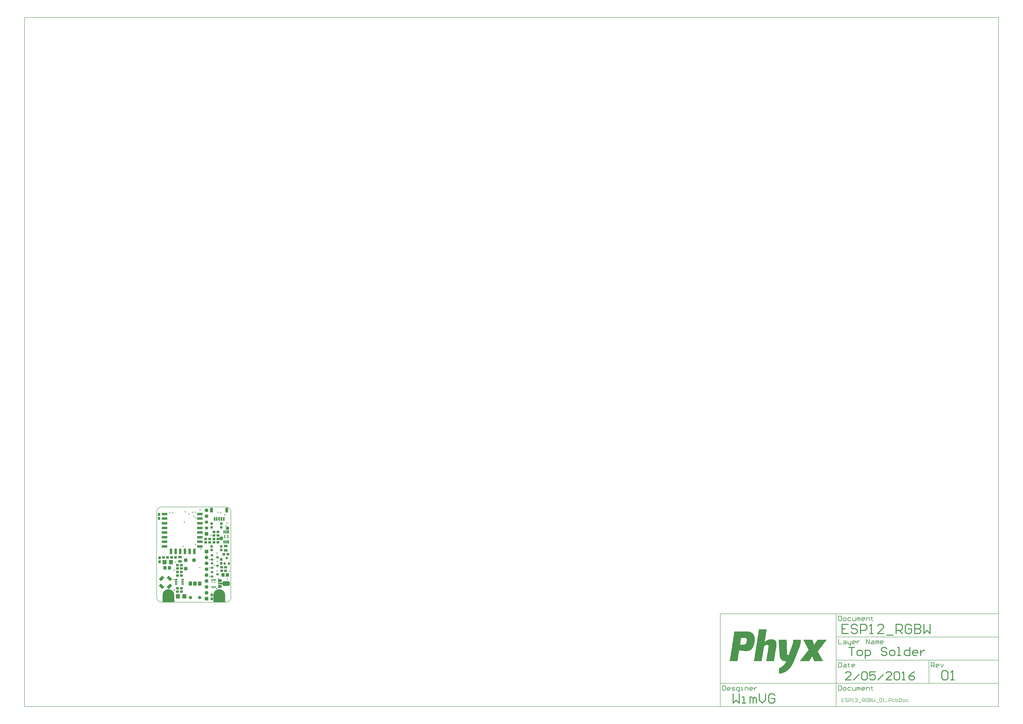
<source format=gts>
G04 Layer_Color=8388736*
%FSLAX25Y25*%
%MOIN*%
G70*
G01*
G75*
%ADD11C,0.00787*%
%ADD12C,0.00984*%
%ADD17R,0.03937X0.04331*%
%ADD40C,0.01575*%
%ADD42C,0.05512*%
%ADD45C,0.05906*%
%ADD53R,0.20079X0.11811*%
%ADD54R,0.04724X0.04331*%
%ADD55R,0.04331X0.04724*%
G04:AMPARAMS|DCode=56|XSize=82.68mil|YSize=47.24mil|CornerRadius=0mil|HoleSize=0mil|Usage=FLASHONLY|Rotation=135.000|XOffset=0mil|YOffset=0mil|HoleType=Round|Shape=Rectangle|*
%AMROTATEDRECTD56*
4,1,4,0.04593,-0.01253,0.01253,-0.04593,-0.04593,0.01253,-0.01253,0.04593,0.04593,-0.01253,0.0*
%
%ADD56ROTATEDRECTD56*%

G04:AMPARAMS|DCode=57|XSize=47.24mil|YSize=82.68mil|CornerRadius=0mil|HoleSize=0mil|Usage=FLASHONLY|Rotation=135.000|XOffset=0mil|YOffset=0mil|HoleType=Round|Shape=Rectangle|*
%AMROTATEDRECTD57*
4,1,4,0.04593,0.01253,-0.01253,-0.04593,-0.04593,-0.01253,0.01253,0.04593,0.04593,0.01253,0.0*
%
%ADD57ROTATEDRECTD57*%

%ADD58R,0.04331X0.03740*%
%ADD59R,0.04331X0.03740*%
%ADD60R,0.03740X0.04331*%
%ADD61R,0.03740X0.04331*%
%ADD62R,0.04331X0.02756*%
%ADD63R,0.06693X0.07480*%
%ADD64R,0.02756X0.06496*%
%ADD65R,0.05118X0.08268*%
%ADD66R,0.02756X0.01575*%
%ADD67R,0.01969X0.05709*%
%ADD68R,0.06299X0.03937*%
%ADD69R,0.04331X0.09252*%
%ADD70R,0.09252X0.04331*%
G04:AMPARAMS|DCode=71|XSize=78.74mil|YSize=129.92mil|CornerRadius=0mil|HoleSize=0mil|Usage=FLASHONLY|Rotation=90.000|XOffset=0mil|YOffset=0mil|HoleType=Round|Shape=Octagon|*
%AMOCTAGOND71*
4,1,8,-0.06496,-0.01969,-0.06496,0.01969,-0.04528,0.03937,0.04528,0.03937,0.06496,0.01969,0.06496,-0.01969,0.04528,-0.03937,-0.04528,-0.03937,-0.06496,-0.01969,0.0*
%
%ADD71OCTAGOND71*%

%ADD72R,0.05906X0.02756*%
%ADD73R,0.07480X0.02756*%
%ADD74R,0.01772X0.03740*%
%ADD75R,0.06299X0.03150*%
%ADD76R,0.05512X0.06299*%
G04:AMPARAMS|DCode=77|XSize=59.06mil|YSize=59.06mil|CornerRadius=15.75mil|HoleSize=0mil|Usage=FLASHONLY|Rotation=90.000|XOffset=0mil|YOffset=0mil|HoleType=Round|Shape=RoundedRectangle|*
%AMROUNDEDRECTD77*
21,1,0.05906,0.02756,0,0,90.0*
21,1,0.02756,0.05906,0,0,90.0*
1,1,0.03150,0.01378,0.01378*
1,1,0.03150,0.01378,-0.01378*
1,1,0.03150,-0.01378,-0.01378*
1,1,0.03150,-0.01378,0.01378*
%
%ADD77ROUNDEDRECTD77*%
%ADD78R,0.06299X0.06299*%
%ADD79C,0.06299*%
G04:AMPARAMS|DCode=80|XSize=70.87mil|YSize=59.06mil|CornerRadius=15.75mil|HoleSize=0mil|Usage=FLASHONLY|Rotation=90.000|XOffset=0mil|YOffset=0mil|HoleType=Round|Shape=RoundedRectangle|*
%AMROUNDEDRECTD80*
21,1,0.07087,0.02756,0,0,90.0*
21,1,0.03937,0.05906,0,0,90.0*
1,1,0.03150,0.01378,0.01969*
1,1,0.03150,0.01378,-0.01969*
1,1,0.03150,-0.01378,-0.01969*
1,1,0.03150,-0.01378,0.01969*
%
%ADD80ROUNDEDRECTD80*%
%ADD81C,0.20079*%
%ADD82C,0.01969*%
G36*
X1093521Y-64032D02*
Y-64318D01*
Y-64605D01*
Y-64891D01*
Y-65177D01*
Y-65464D01*
Y-65750D01*
Y-66036D01*
Y-66322D01*
Y-66609D01*
Y-66895D01*
Y-67181D01*
Y-67468D01*
Y-67754D01*
Y-68040D01*
Y-68327D01*
Y-68613D01*
Y-68899D01*
Y-69186D01*
Y-69472D01*
Y-69758D01*
X1093234D01*
Y-70044D01*
Y-70331D01*
Y-70617D01*
Y-70903D01*
Y-71190D01*
X1092948D01*
Y-71476D01*
Y-71762D01*
Y-72049D01*
Y-72335D01*
X1092662D01*
Y-72621D01*
Y-72908D01*
Y-73194D01*
Y-73480D01*
X1092375D01*
Y-73767D01*
Y-74053D01*
Y-74339D01*
X1092089D01*
Y-74625D01*
Y-74912D01*
Y-75198D01*
X1091803D01*
Y-75485D01*
Y-75771D01*
Y-76057D01*
X1091516D01*
Y-76343D01*
Y-76630D01*
Y-76916D01*
X1091230D01*
Y-77202D01*
Y-77489D01*
X1090944D01*
Y-77775D01*
Y-78061D01*
X1090657D01*
Y-78348D01*
Y-78634D01*
Y-78920D01*
X1090371D01*
Y-79207D01*
Y-79493D01*
X1090085D01*
Y-79779D01*
Y-80066D01*
Y-80352D01*
X1089799D01*
Y-80638D01*
Y-80924D01*
X1089512D01*
Y-81211D01*
Y-81497D01*
Y-81783D01*
X1089226D01*
Y-82070D01*
Y-82356D01*
X1088939D01*
Y-82642D01*
Y-82929D01*
Y-83215D01*
X1088653D01*
Y-83501D01*
Y-83788D01*
X1088367D01*
Y-84074D01*
Y-84360D01*
Y-84646D01*
X1088081D01*
Y-84933D01*
Y-85219D01*
X1087794D01*
Y-85505D01*
Y-85792D01*
Y-86078D01*
X1087508D01*
Y-86364D01*
Y-86651D01*
X1087222D01*
Y-86937D01*
Y-87223D01*
Y-87510D01*
X1086935D01*
Y-87796D01*
Y-88082D01*
X1086649D01*
Y-88369D01*
Y-88655D01*
Y-88941D01*
X1086363D01*
Y-89227D01*
Y-89514D01*
X1086076D01*
Y-89800D01*
Y-90086D01*
Y-90373D01*
X1085790D01*
Y-90659D01*
Y-90945D01*
X1085504D01*
Y-91232D01*
Y-91518D01*
Y-91804D01*
X1085217D01*
Y-92091D01*
Y-92377D01*
X1084931D01*
Y-92663D01*
Y-92950D01*
Y-93236D01*
X1084645D01*
Y-93522D01*
Y-93809D01*
X1084359D01*
Y-94095D01*
Y-94381D01*
Y-94667D01*
X1084072D01*
Y-94954D01*
Y-95240D01*
X1083786D01*
Y-95526D01*
Y-95813D01*
Y-96099D01*
X1083500D01*
Y-96385D01*
Y-96672D01*
X1083213D01*
Y-96958D01*
Y-97244D01*
Y-97531D01*
X1082927D01*
Y-97817D01*
Y-98103D01*
X1082641D01*
Y-98390D01*
Y-98676D01*
Y-98962D01*
X1082354D01*
Y-99248D01*
Y-99535D01*
X1082068D01*
Y-99821D01*
Y-100107D01*
Y-100394D01*
X1081782D01*
Y-100680D01*
Y-100966D01*
X1081495D01*
Y-101253D01*
Y-101539D01*
X1081209D01*
Y-101825D01*
Y-102112D01*
X1080923D01*
Y-102398D01*
Y-102684D01*
Y-102971D01*
X1080637D01*
Y-103257D01*
X1080350D01*
Y-103543D01*
Y-103829D01*
Y-104116D01*
X1080064D01*
Y-104402D01*
X1079778D01*
Y-104688D01*
Y-104975D01*
X1079491D01*
Y-105261D01*
Y-105547D01*
X1079205D01*
Y-105834D01*
Y-106120D01*
X1078919D01*
Y-106406D01*
Y-106693D01*
X1078632D01*
Y-106979D01*
X1078346D01*
Y-107265D01*
Y-107552D01*
X1078060D01*
Y-107838D01*
Y-108124D01*
X1077773D01*
Y-108410D01*
X1077487D01*
Y-108697D01*
X1077201D01*
Y-108983D01*
Y-109269D01*
X1076914D01*
Y-109556D01*
X1076628D01*
Y-109842D01*
Y-110128D01*
X1076342D01*
Y-110415D01*
X1076056D01*
Y-110701D01*
X1075769D01*
Y-110987D01*
Y-111274D01*
X1075483D01*
Y-111560D01*
X1075196D01*
Y-111846D01*
X1074910D01*
Y-112133D01*
X1074624D01*
Y-112419D01*
X1074338D01*
Y-112705D01*
Y-112991D01*
X1074051D01*
Y-113278D01*
X1073765D01*
Y-113564D01*
X1073479D01*
Y-113850D01*
X1073192D01*
Y-114137D01*
X1072906D01*
Y-114423D01*
X1072620D01*
Y-114709D01*
X1072333D01*
Y-114996D01*
X1071761D01*
Y-115282D01*
X1071474D01*
Y-115568D01*
X1071188D01*
Y-115855D01*
X1070902D01*
Y-116141D01*
X1070615D01*
Y-116427D01*
X1070043D01*
Y-116714D01*
X1069757D01*
Y-117000D01*
X1069184D01*
Y-117286D01*
X1068898D01*
Y-117572D01*
X1068325D01*
Y-117859D01*
X1068039D01*
Y-118145D01*
X1067466D01*
Y-118431D01*
X1066893D01*
Y-118718D01*
X1066321D01*
Y-119004D01*
X1065748D01*
Y-119290D01*
X1065176D01*
Y-119577D01*
X1064317D01*
Y-119863D01*
X1063744D01*
Y-120149D01*
X1062885D01*
Y-120436D01*
X1061740D01*
Y-120722D01*
X1060595D01*
Y-121008D01*
X1058877D01*
Y-121294D01*
X1056872D01*
Y-121581D01*
X1056586D01*
Y-121294D01*
Y-121008D01*
Y-120722D01*
Y-120436D01*
Y-120149D01*
Y-119863D01*
Y-119577D01*
Y-119290D01*
Y-119004D01*
Y-118718D01*
Y-118431D01*
Y-118145D01*
Y-117859D01*
Y-117572D01*
Y-117286D01*
Y-117000D01*
Y-116714D01*
Y-116427D01*
Y-116141D01*
Y-115855D01*
Y-115568D01*
Y-115282D01*
Y-114996D01*
Y-114709D01*
Y-114423D01*
Y-114137D01*
Y-113850D01*
Y-113564D01*
Y-113278D01*
Y-112991D01*
Y-112705D01*
Y-112419D01*
Y-112133D01*
X1057159D01*
Y-111846D01*
X1057731D01*
Y-111560D01*
X1058304D01*
Y-111274D01*
X1058877D01*
Y-110987D01*
X1059449D01*
Y-110701D01*
X1060022D01*
Y-110415D01*
X1060308D01*
Y-110128D01*
X1060881D01*
Y-109842D01*
X1061167D01*
Y-109556D01*
X1061740D01*
Y-109269D01*
X1062026D01*
Y-108983D01*
X1062312D01*
Y-108697D01*
X1062885D01*
Y-108410D01*
X1063171D01*
Y-108124D01*
X1063458D01*
Y-107838D01*
X1063744D01*
Y-107552D01*
X1064030D01*
Y-107265D01*
X1064317D01*
Y-106979D01*
X1064603D01*
Y-106693D01*
X1064889D01*
Y-106406D01*
X1065176D01*
Y-106120D01*
X1065462D01*
Y-105834D01*
X1065748D01*
Y-105547D01*
X1066035D01*
Y-105261D01*
Y-104975D01*
X1066321D01*
Y-104688D01*
X1066607D01*
Y-104402D01*
X1066893D01*
Y-104116D01*
Y-103829D01*
X1067180D01*
Y-103543D01*
X1067466D01*
Y-103257D01*
Y-102971D01*
X1067752D01*
Y-102684D01*
Y-102398D01*
X1068039D01*
Y-102112D01*
X1068325D01*
Y-101825D01*
Y-101539D01*
X1068611D01*
Y-101253D01*
Y-100966D01*
X1068898D01*
Y-100680D01*
Y-100394D01*
X1067180D01*
Y-100107D01*
X1065176D01*
Y-99821D01*
X1064030D01*
Y-99535D01*
X1063458D01*
Y-99248D01*
X1062599D01*
Y-98962D01*
X1062026D01*
Y-98676D01*
X1061740D01*
Y-98390D01*
X1061167D01*
Y-98103D01*
X1060881D01*
Y-97817D01*
X1060595D01*
Y-97531D01*
X1060308D01*
Y-97244D01*
X1060022D01*
Y-96958D01*
X1059736D01*
Y-96672D01*
Y-96385D01*
X1059449D01*
Y-96099D01*
X1059163D01*
Y-95813D01*
Y-95526D01*
X1058877D01*
Y-95240D01*
Y-94954D01*
X1058590D01*
Y-94667D01*
Y-94381D01*
X1058304D01*
Y-94095D01*
Y-93809D01*
Y-93522D01*
X1058018D01*
Y-93236D01*
Y-92950D01*
Y-92663D01*
Y-92377D01*
X1057731D01*
Y-92091D01*
Y-91804D01*
Y-91518D01*
Y-91232D01*
Y-90945D01*
Y-90659D01*
Y-90373D01*
X1057445D01*
Y-90086D01*
Y-89800D01*
Y-89514D01*
Y-89227D01*
Y-88941D01*
Y-88655D01*
Y-88369D01*
Y-88082D01*
Y-87796D01*
Y-87510D01*
Y-87223D01*
Y-86937D01*
Y-86651D01*
Y-86364D01*
Y-86078D01*
X1057159D01*
Y-85792D01*
Y-85505D01*
Y-85219D01*
Y-84933D01*
Y-84646D01*
Y-84360D01*
Y-84074D01*
Y-83788D01*
Y-83501D01*
Y-83215D01*
Y-82929D01*
Y-82642D01*
Y-82356D01*
Y-82070D01*
Y-81783D01*
X1056872D01*
Y-81497D01*
Y-81211D01*
Y-80924D01*
Y-80638D01*
Y-80352D01*
Y-80066D01*
Y-79779D01*
Y-79493D01*
Y-79207D01*
Y-78920D01*
Y-78634D01*
Y-78348D01*
Y-78061D01*
Y-77775D01*
Y-77489D01*
Y-77202D01*
X1056586D01*
Y-76916D01*
Y-76630D01*
Y-76343D01*
Y-76057D01*
Y-75771D01*
Y-75485D01*
Y-75198D01*
Y-74912D01*
Y-74625D01*
Y-74339D01*
Y-74053D01*
Y-73767D01*
Y-73480D01*
Y-73194D01*
Y-72908D01*
Y-72621D01*
X1056300D01*
Y-72335D01*
Y-72049D01*
Y-71762D01*
Y-71476D01*
Y-71190D01*
Y-70903D01*
Y-70617D01*
Y-70331D01*
Y-70044D01*
Y-69758D01*
Y-69472D01*
Y-69186D01*
Y-68899D01*
Y-68613D01*
X1056014D01*
Y-68327D01*
Y-68040D01*
Y-67754D01*
Y-67468D01*
Y-67181D01*
Y-66895D01*
Y-66609D01*
Y-66322D01*
Y-66036D01*
Y-65750D01*
Y-65464D01*
Y-65177D01*
Y-64891D01*
Y-64605D01*
Y-64318D01*
Y-64032D01*
X1055727D01*
Y-63746D01*
X1069470D01*
Y-64032D01*
Y-64318D01*
Y-64605D01*
Y-64891D01*
Y-65177D01*
Y-65464D01*
Y-65750D01*
Y-66036D01*
Y-66322D01*
Y-66609D01*
Y-66895D01*
Y-67181D01*
Y-67468D01*
Y-67754D01*
X1069757D01*
Y-68040D01*
Y-68327D01*
Y-68613D01*
Y-68899D01*
Y-69186D01*
Y-69472D01*
Y-69758D01*
Y-70044D01*
Y-70331D01*
Y-70617D01*
Y-70903D01*
Y-71190D01*
Y-71476D01*
Y-71762D01*
Y-72049D01*
Y-72335D01*
Y-72621D01*
Y-72908D01*
Y-73194D01*
Y-73480D01*
Y-73767D01*
Y-74053D01*
Y-74339D01*
Y-74625D01*
Y-74912D01*
Y-75198D01*
Y-75485D01*
Y-75771D01*
Y-76057D01*
Y-76343D01*
Y-76630D01*
Y-76916D01*
Y-77202D01*
Y-77489D01*
Y-77775D01*
Y-78061D01*
Y-78348D01*
Y-78634D01*
Y-78920D01*
Y-79207D01*
Y-79493D01*
X1070043D01*
Y-79779D01*
X1069757D01*
Y-80066D01*
Y-80352D01*
X1070043D01*
Y-80638D01*
Y-80924D01*
Y-81211D01*
Y-81497D01*
Y-81783D01*
Y-82070D01*
Y-82356D01*
Y-82642D01*
Y-82929D01*
Y-83215D01*
Y-83501D01*
Y-83788D01*
Y-84074D01*
Y-84360D01*
Y-84646D01*
Y-84933D01*
Y-85219D01*
Y-85505D01*
Y-85792D01*
Y-86078D01*
Y-86364D01*
Y-86651D01*
Y-86937D01*
Y-87223D01*
Y-87510D01*
Y-87796D01*
X1070329D01*
Y-88082D01*
Y-88369D01*
Y-88655D01*
X1070615D01*
Y-88941D01*
X1070902D01*
Y-89227D01*
X1071188D01*
Y-89514D01*
X1072047D01*
Y-89800D01*
X1072906D01*
Y-89514D01*
X1073192D01*
Y-89227D01*
Y-88941D01*
Y-88655D01*
X1073479D01*
Y-88369D01*
Y-88082D01*
X1073765D01*
Y-87796D01*
Y-87510D01*
Y-87223D01*
X1074051D01*
Y-86937D01*
Y-86651D01*
Y-86364D01*
X1074338D01*
Y-86078D01*
Y-85792D01*
Y-85505D01*
X1074624D01*
Y-85219D01*
Y-84933D01*
Y-84646D01*
X1074910D01*
Y-84360D01*
Y-84074D01*
X1075196D01*
Y-83788D01*
Y-83501D01*
Y-83215D01*
X1075483D01*
Y-82929D01*
Y-82642D01*
Y-82356D01*
X1075769D01*
Y-82070D01*
Y-81783D01*
Y-81497D01*
X1076056D01*
Y-81211D01*
Y-80924D01*
X1076342D01*
Y-80638D01*
Y-80352D01*
Y-80066D01*
X1076628D01*
Y-79779D01*
Y-79493D01*
Y-79207D01*
X1076914D01*
Y-78920D01*
Y-78634D01*
Y-78348D01*
X1077201D01*
Y-78061D01*
Y-77775D01*
X1077487D01*
Y-77489D01*
Y-77202D01*
Y-76916D01*
X1077773D01*
Y-76630D01*
Y-76343D01*
Y-76057D01*
X1078060D01*
Y-75771D01*
Y-75485D01*
Y-75198D01*
X1078346D01*
Y-74912D01*
Y-74625D01*
X1078632D01*
Y-74339D01*
Y-74053D01*
Y-73767D01*
X1078919D01*
Y-73480D01*
Y-73194D01*
Y-72908D01*
X1079205D01*
Y-72621D01*
Y-72335D01*
Y-72049D01*
X1079491D01*
Y-71762D01*
Y-71476D01*
Y-71190D01*
Y-70903D01*
X1079778D01*
Y-70617D01*
Y-70331D01*
Y-70044D01*
Y-69758D01*
X1080064D01*
Y-69472D01*
Y-69186D01*
Y-68899D01*
Y-68613D01*
Y-68327D01*
X1080350D01*
Y-68040D01*
Y-67754D01*
Y-67468D01*
Y-67181D01*
Y-66895D01*
Y-66609D01*
X1080637D01*
Y-66322D01*
Y-66036D01*
Y-65750D01*
Y-65464D01*
Y-65177D01*
Y-64891D01*
Y-64605D01*
Y-64318D01*
Y-64032D01*
Y-63746D01*
X1093521D01*
Y-64032D01*
D02*
G37*
G36*
X1035685Y-46567D02*
Y-46853D01*
X1035399D01*
Y-47139D01*
Y-47426D01*
Y-47712D01*
Y-47998D01*
Y-48285D01*
Y-48571D01*
X1035113D01*
Y-48857D01*
Y-49144D01*
Y-49430D01*
Y-49716D01*
Y-50003D01*
Y-50289D01*
X1034826D01*
Y-50575D01*
Y-50862D01*
Y-51148D01*
Y-51434D01*
Y-51720D01*
Y-52007D01*
Y-52293D01*
X1034540D01*
Y-52579D01*
Y-52866D01*
Y-53152D01*
Y-53438D01*
Y-53725D01*
Y-54011D01*
X1034254D01*
Y-54297D01*
Y-54584D01*
Y-54870D01*
Y-55156D01*
Y-55443D01*
Y-55729D01*
X1033967D01*
Y-56015D01*
Y-56301D01*
Y-56588D01*
Y-56874D01*
Y-57161D01*
Y-57447D01*
Y-57733D01*
X1033681D01*
Y-58019D01*
Y-58306D01*
Y-58592D01*
Y-58878D01*
Y-59165D01*
Y-59451D01*
X1033395D01*
Y-59737D01*
Y-60024D01*
Y-60310D01*
Y-60596D01*
Y-60883D01*
Y-61169D01*
X1033109D01*
Y-61455D01*
Y-61742D01*
Y-62028D01*
Y-62314D01*
Y-62600D01*
Y-62887D01*
X1032822D01*
Y-63173D01*
Y-63459D01*
Y-63746D01*
Y-64032D01*
Y-64318D01*
Y-64605D01*
Y-64891D01*
X1032536D01*
Y-65177D01*
Y-65464D01*
Y-65750D01*
Y-66036D01*
Y-66322D01*
Y-66609D01*
X1032250D01*
Y-66895D01*
Y-67181D01*
X1032822D01*
Y-66895D01*
X1033109D01*
Y-66609D01*
X1033395D01*
Y-66322D01*
X1033967D01*
Y-66036D01*
X1034254D01*
Y-65750D01*
X1034540D01*
Y-65464D01*
X1035113D01*
Y-65177D01*
X1035685D01*
Y-64891D01*
X1035972D01*
Y-64605D01*
X1036544D01*
Y-64318D01*
X1037403D01*
Y-64032D01*
X1037976D01*
Y-63746D01*
X1038835D01*
Y-63459D01*
X1040266D01*
Y-63173D01*
X1046565D01*
Y-63459D01*
X1047711D01*
Y-63746D01*
X1048569D01*
Y-64032D01*
X1049142D01*
Y-64318D01*
X1049428D01*
Y-64605D01*
X1050001D01*
Y-64891D01*
X1050287D01*
Y-65177D01*
X1050574D01*
Y-65464D01*
X1050860D01*
Y-65750D01*
X1051146D01*
Y-66036D01*
Y-66322D01*
X1051433D01*
Y-66609D01*
Y-66895D01*
X1051719D01*
Y-67181D01*
Y-67468D01*
Y-67754D01*
X1052005D01*
Y-68040D01*
Y-68327D01*
Y-68613D01*
Y-68899D01*
X1052291D01*
Y-69186D01*
Y-69472D01*
Y-69758D01*
Y-70044D01*
Y-70331D01*
Y-70617D01*
Y-70903D01*
Y-71190D01*
Y-71476D01*
Y-71762D01*
Y-72049D01*
Y-72335D01*
Y-72621D01*
Y-72908D01*
Y-73194D01*
Y-73480D01*
Y-73767D01*
Y-74053D01*
X1052005D01*
Y-74339D01*
Y-74625D01*
Y-74912D01*
Y-75198D01*
Y-75485D01*
Y-75771D01*
Y-76057D01*
X1051719D01*
Y-76343D01*
Y-76630D01*
Y-76916D01*
Y-77202D01*
Y-77489D01*
Y-77775D01*
Y-78061D01*
X1051433D01*
Y-78348D01*
Y-78634D01*
Y-78920D01*
Y-79207D01*
Y-79493D01*
Y-79779D01*
X1051146D01*
Y-80066D01*
Y-80352D01*
Y-80638D01*
Y-80924D01*
Y-81211D01*
Y-81497D01*
X1050860D01*
Y-81783D01*
Y-82070D01*
Y-82356D01*
Y-82642D01*
Y-82929D01*
Y-83215D01*
X1050574D01*
Y-83501D01*
Y-83788D01*
Y-84074D01*
Y-84360D01*
Y-84646D01*
Y-84933D01*
Y-85219D01*
X1050287D01*
Y-85505D01*
Y-85792D01*
Y-86078D01*
Y-86364D01*
Y-86651D01*
Y-86937D01*
X1050001D01*
Y-87223D01*
Y-87510D01*
Y-87796D01*
Y-88082D01*
Y-88369D01*
Y-88655D01*
X1049715D01*
Y-88941D01*
Y-89227D01*
Y-89514D01*
Y-89800D01*
Y-90086D01*
Y-90373D01*
Y-90659D01*
X1049428D01*
Y-90945D01*
Y-91232D01*
Y-91518D01*
Y-91804D01*
Y-92091D01*
Y-92377D01*
X1049142D01*
Y-92663D01*
Y-92950D01*
Y-93236D01*
Y-93522D01*
Y-93809D01*
Y-94095D01*
X1048856D01*
Y-94381D01*
Y-94667D01*
Y-94954D01*
Y-95240D01*
Y-95526D01*
Y-95813D01*
X1048569D01*
Y-96099D01*
Y-96385D01*
Y-96672D01*
Y-96958D01*
Y-97244D01*
Y-97531D01*
Y-97817D01*
X1048283D01*
Y-98103D01*
Y-98390D01*
Y-98676D01*
Y-98962D01*
Y-99248D01*
Y-99535D01*
X1047997D01*
Y-99821D01*
Y-100107D01*
X1034826D01*
Y-99821D01*
Y-99535D01*
X1035113D01*
Y-99248D01*
Y-98962D01*
Y-98676D01*
Y-98390D01*
Y-98103D01*
Y-97817D01*
X1035399D01*
Y-97531D01*
Y-97244D01*
Y-96958D01*
Y-96672D01*
Y-96385D01*
Y-96099D01*
Y-95813D01*
X1035685D01*
Y-95526D01*
Y-95240D01*
Y-94954D01*
Y-94667D01*
Y-94381D01*
Y-94095D01*
X1035972D01*
Y-93809D01*
Y-93522D01*
Y-93236D01*
Y-92950D01*
Y-92663D01*
Y-92377D01*
X1036258D01*
Y-92091D01*
Y-91804D01*
Y-91518D01*
Y-91232D01*
Y-90945D01*
Y-90659D01*
Y-90373D01*
X1036544D01*
Y-90086D01*
Y-89800D01*
Y-89514D01*
Y-89227D01*
Y-88941D01*
Y-88655D01*
X1036831D01*
Y-88369D01*
Y-88082D01*
Y-87796D01*
Y-87510D01*
Y-87223D01*
Y-86937D01*
Y-86651D01*
X1037117D01*
Y-86364D01*
Y-86078D01*
Y-85792D01*
Y-85505D01*
Y-85219D01*
Y-84933D01*
X1037403D01*
Y-84646D01*
Y-84360D01*
Y-84074D01*
Y-83788D01*
Y-83501D01*
Y-83215D01*
X1037689D01*
Y-82929D01*
Y-82642D01*
Y-82356D01*
Y-82070D01*
Y-81783D01*
Y-81497D01*
X1037976D01*
Y-81211D01*
Y-80924D01*
Y-80638D01*
Y-80352D01*
Y-80066D01*
Y-79779D01*
Y-79493D01*
X1038262D01*
Y-79207D01*
Y-78920D01*
Y-78634D01*
Y-78348D01*
Y-78061D01*
Y-77775D01*
X1038548D01*
Y-77489D01*
Y-77202D01*
Y-76916D01*
Y-76630D01*
Y-76343D01*
Y-76057D01*
Y-75771D01*
X1038835D01*
Y-75485D01*
Y-75198D01*
Y-74912D01*
Y-74625D01*
Y-74339D01*
Y-74053D01*
X1038548D01*
Y-73767D01*
Y-73480D01*
X1038262D01*
Y-73194D01*
X1037976D01*
Y-72908D01*
X1037403D01*
Y-72621D01*
X1035685D01*
Y-72908D01*
X1034254D01*
Y-73194D01*
X1033395D01*
Y-73480D01*
X1032822D01*
Y-73767D01*
X1032536D01*
Y-74053D01*
X1031963D01*
Y-74339D01*
X1031677D01*
Y-74625D01*
X1031391D01*
Y-74912D01*
Y-75198D01*
X1031104D01*
Y-75485D01*
Y-75771D01*
Y-76057D01*
X1030818D01*
Y-76343D01*
Y-76630D01*
Y-76916D01*
Y-77202D01*
Y-77489D01*
Y-77775D01*
X1030532D01*
Y-78061D01*
Y-78348D01*
Y-78634D01*
Y-78920D01*
Y-79207D01*
Y-79493D01*
Y-79779D01*
X1030245D01*
Y-80066D01*
Y-80352D01*
Y-80638D01*
Y-80924D01*
Y-81211D01*
Y-81497D01*
X1029959D01*
Y-81783D01*
Y-82070D01*
Y-82356D01*
Y-82642D01*
Y-82929D01*
Y-83215D01*
X1029673D01*
Y-83501D01*
Y-83788D01*
Y-84074D01*
Y-84360D01*
Y-84646D01*
Y-84933D01*
X1029387D01*
Y-85219D01*
Y-85505D01*
Y-85792D01*
Y-86078D01*
Y-86364D01*
Y-86651D01*
Y-86937D01*
X1029100D01*
Y-87223D01*
Y-87510D01*
Y-87796D01*
Y-88082D01*
Y-88369D01*
Y-88655D01*
X1028814D01*
Y-88941D01*
Y-89227D01*
Y-89514D01*
Y-89800D01*
Y-90086D01*
Y-90373D01*
X1028528D01*
Y-90659D01*
Y-90945D01*
Y-91232D01*
Y-91518D01*
Y-91804D01*
Y-92091D01*
Y-92377D01*
X1028241D01*
Y-92663D01*
Y-92950D01*
Y-93236D01*
Y-93522D01*
Y-93809D01*
Y-94095D01*
X1027955D01*
Y-94381D01*
Y-94667D01*
Y-94954D01*
Y-95240D01*
Y-95526D01*
Y-95813D01*
X1027669D01*
Y-96099D01*
Y-96385D01*
Y-96672D01*
Y-96958D01*
Y-97244D01*
Y-97531D01*
X1027382D01*
Y-97817D01*
Y-98103D01*
Y-98390D01*
Y-98676D01*
Y-98962D01*
Y-99248D01*
Y-99535D01*
X1027096D01*
Y-99821D01*
Y-100107D01*
X1013926D01*
Y-99821D01*
Y-99535D01*
X1014212D01*
Y-99248D01*
Y-98962D01*
Y-98676D01*
Y-98390D01*
Y-98103D01*
Y-97817D01*
Y-97531D01*
X1014498D01*
Y-97244D01*
Y-96958D01*
Y-96672D01*
Y-96385D01*
Y-96099D01*
Y-95813D01*
X1014785D01*
Y-95526D01*
Y-95240D01*
Y-94954D01*
Y-94667D01*
Y-94381D01*
Y-94095D01*
X1015071D01*
Y-93809D01*
Y-93522D01*
Y-93236D01*
Y-92950D01*
Y-92663D01*
Y-92377D01*
Y-92091D01*
X1015357D01*
Y-91804D01*
Y-91518D01*
Y-91232D01*
Y-90945D01*
Y-90659D01*
Y-90373D01*
X1015643D01*
Y-90086D01*
Y-89800D01*
Y-89514D01*
Y-89227D01*
Y-88941D01*
Y-88655D01*
X1015930D01*
Y-88369D01*
Y-88082D01*
Y-87796D01*
Y-87510D01*
Y-87223D01*
Y-86937D01*
X1016216D01*
Y-86651D01*
Y-86364D01*
Y-86078D01*
Y-85792D01*
Y-85505D01*
Y-85219D01*
Y-84933D01*
X1016502D01*
Y-84646D01*
Y-84360D01*
Y-84074D01*
Y-83788D01*
Y-83501D01*
Y-83215D01*
X1016789D01*
Y-82929D01*
Y-82642D01*
Y-82356D01*
Y-82070D01*
Y-81783D01*
Y-81497D01*
X1017075D01*
Y-81211D01*
Y-80924D01*
Y-80638D01*
Y-80352D01*
Y-80066D01*
Y-79779D01*
Y-79493D01*
X1017361D01*
Y-79207D01*
Y-78920D01*
Y-78634D01*
Y-78348D01*
Y-78061D01*
Y-77775D01*
X1017648D01*
Y-77489D01*
Y-77202D01*
Y-76916D01*
Y-76630D01*
Y-76343D01*
Y-76057D01*
X1017934D01*
Y-75771D01*
Y-75485D01*
Y-75198D01*
Y-74912D01*
Y-74625D01*
Y-74339D01*
X1018220D01*
Y-74053D01*
Y-73767D01*
Y-73480D01*
Y-73194D01*
Y-72908D01*
Y-72621D01*
Y-72335D01*
X1018507D01*
Y-72049D01*
Y-71762D01*
Y-71476D01*
Y-71190D01*
Y-70903D01*
Y-70617D01*
X1018793D01*
Y-70331D01*
Y-70044D01*
Y-69758D01*
Y-69472D01*
Y-69186D01*
Y-68899D01*
X1019079D01*
Y-68613D01*
Y-68327D01*
Y-68040D01*
Y-67754D01*
Y-67468D01*
Y-67181D01*
X1019366D01*
Y-66895D01*
Y-66609D01*
Y-66322D01*
Y-66036D01*
Y-65750D01*
Y-65464D01*
Y-65177D01*
X1019652D01*
Y-64891D01*
Y-64605D01*
Y-64318D01*
Y-64032D01*
Y-63746D01*
Y-63459D01*
X1019938D01*
Y-63173D01*
Y-62887D01*
Y-62600D01*
Y-62314D01*
Y-62028D01*
Y-61742D01*
X1020224D01*
Y-61455D01*
Y-61169D01*
Y-60883D01*
Y-60596D01*
Y-60310D01*
Y-60024D01*
Y-59737D01*
X1020511D01*
Y-59451D01*
Y-59165D01*
Y-58878D01*
Y-58592D01*
Y-58306D01*
Y-58019D01*
X1020797D01*
Y-57733D01*
Y-57447D01*
Y-57161D01*
Y-56874D01*
Y-56588D01*
Y-56301D01*
X1021083D01*
Y-56015D01*
Y-55729D01*
Y-55443D01*
Y-55156D01*
Y-54870D01*
Y-54584D01*
X1021370D01*
Y-54297D01*
Y-54011D01*
Y-53725D01*
Y-53438D01*
Y-53152D01*
Y-52866D01*
Y-52579D01*
X1021656D01*
Y-52293D01*
Y-52007D01*
Y-51720D01*
Y-51434D01*
Y-51148D01*
Y-50862D01*
X1021942D01*
Y-50575D01*
Y-50289D01*
Y-50003D01*
Y-49716D01*
Y-49430D01*
Y-49144D01*
X1022229D01*
Y-48857D01*
Y-48571D01*
Y-48285D01*
Y-47998D01*
Y-47712D01*
Y-47426D01*
Y-47139D01*
X1022515D01*
Y-46853D01*
Y-46567D01*
Y-46281D01*
X1035685D01*
Y-46567D01*
D02*
G37*
G36*
X1004477Y-50003D02*
X1006195D01*
Y-50289D01*
X1007054D01*
Y-50575D01*
X1007913D01*
Y-50862D01*
X1008772D01*
Y-51148D01*
X1009345D01*
Y-51434D01*
X1009631D01*
Y-51720D01*
X1010203D01*
Y-52007D01*
X1010490D01*
Y-52293D01*
X1011062D01*
Y-52579D01*
X1011349D01*
Y-52866D01*
X1011635D01*
Y-53152D01*
X1011921D01*
Y-53438D01*
X1012208D01*
Y-53725D01*
X1012494D01*
Y-54011D01*
X1012780D01*
Y-54297D01*
Y-54584D01*
X1013067D01*
Y-54870D01*
X1013353D01*
Y-55156D01*
Y-55443D01*
X1013639D01*
Y-55729D01*
X1013926D01*
Y-56015D01*
Y-56301D01*
X1014212D01*
Y-56588D01*
Y-56874D01*
Y-57161D01*
X1014498D01*
Y-57447D01*
Y-57733D01*
Y-58019D01*
X1014785D01*
Y-58306D01*
Y-58592D01*
Y-58878D01*
Y-59165D01*
X1015071D01*
Y-59451D01*
Y-59737D01*
Y-60024D01*
Y-60310D01*
Y-60596D01*
X1015357D01*
Y-60883D01*
Y-61169D01*
Y-61455D01*
Y-61742D01*
Y-62028D01*
Y-62314D01*
Y-62600D01*
Y-62887D01*
Y-63173D01*
Y-63459D01*
Y-63746D01*
Y-64032D01*
Y-64318D01*
Y-64605D01*
Y-64891D01*
Y-65177D01*
Y-65464D01*
Y-65750D01*
Y-66036D01*
Y-66322D01*
X1015071D01*
Y-66609D01*
Y-66895D01*
Y-67181D01*
Y-67468D01*
Y-67754D01*
Y-68040D01*
Y-68327D01*
X1014785D01*
Y-68613D01*
Y-68899D01*
Y-69186D01*
Y-69472D01*
Y-69758D01*
X1014498D01*
Y-70044D01*
Y-70331D01*
Y-70617D01*
Y-70903D01*
Y-71190D01*
X1014212D01*
Y-71476D01*
Y-71762D01*
Y-72049D01*
X1013926D01*
Y-72335D01*
Y-72621D01*
Y-72908D01*
Y-73194D01*
X1013639D01*
Y-73480D01*
Y-73767D01*
Y-74053D01*
X1013353D01*
Y-74339D01*
Y-74625D01*
X1013067D01*
Y-74912D01*
Y-75198D01*
Y-75485D01*
X1012780D01*
Y-75771D01*
Y-76057D01*
X1012494D01*
Y-76343D01*
Y-76630D01*
X1012208D01*
Y-76916D01*
Y-77202D01*
X1011921D01*
Y-77489D01*
X1011635D01*
Y-77775D01*
Y-78061D01*
X1011349D01*
Y-78348D01*
X1011062D01*
Y-78634D01*
X1010776D01*
Y-78920D01*
Y-79207D01*
X1010490D01*
Y-79493D01*
X1010203D01*
Y-79779D01*
X1009917D01*
Y-80066D01*
X1009631D01*
Y-80352D01*
X1009345D01*
Y-80638D01*
X1008772D01*
Y-80924D01*
X1008486D01*
Y-81211D01*
X1007913D01*
Y-81497D01*
X1007627D01*
Y-81783D01*
X1007054D01*
Y-82070D01*
X1006195D01*
Y-82356D01*
X1005336D01*
Y-82642D01*
X1004477D01*
Y-82929D01*
X1002759D01*
Y-83215D01*
X997606D01*
Y-82929D01*
X995029D01*
Y-82642D01*
X993025D01*
Y-82356D01*
X991593D01*
Y-82070D01*
X990162D01*
Y-81783D01*
X988730D01*
Y-82070D01*
Y-82356D01*
Y-82642D01*
Y-82929D01*
Y-83215D01*
Y-83501D01*
Y-83788D01*
X988444D01*
Y-84074D01*
Y-84360D01*
Y-84646D01*
Y-84933D01*
Y-85219D01*
Y-85505D01*
X988157D01*
Y-85792D01*
Y-86078D01*
Y-86364D01*
Y-86651D01*
Y-86937D01*
Y-87223D01*
X987871D01*
Y-87510D01*
Y-87796D01*
Y-88082D01*
Y-88369D01*
Y-88655D01*
Y-88941D01*
Y-89227D01*
X987585D01*
Y-89514D01*
Y-89800D01*
Y-90086D01*
Y-90373D01*
Y-90659D01*
Y-90945D01*
X987298D01*
Y-91232D01*
Y-91518D01*
Y-91804D01*
Y-92091D01*
Y-92377D01*
Y-92663D01*
X987012D01*
Y-92950D01*
Y-93236D01*
Y-93522D01*
Y-93809D01*
Y-94095D01*
Y-94381D01*
Y-94667D01*
X986726D01*
Y-94954D01*
Y-95240D01*
Y-95526D01*
Y-95813D01*
Y-96099D01*
Y-96385D01*
X986440D01*
Y-96672D01*
Y-96958D01*
Y-97244D01*
Y-97531D01*
Y-97817D01*
Y-98103D01*
X986153D01*
Y-98390D01*
Y-98676D01*
Y-98962D01*
Y-99248D01*
Y-99535D01*
Y-99821D01*
Y-100107D01*
X972696D01*
Y-99821D01*
X972983D01*
Y-99535D01*
Y-99248D01*
Y-98962D01*
Y-98676D01*
Y-98390D01*
X973269D01*
Y-98103D01*
Y-97817D01*
Y-97531D01*
Y-97244D01*
Y-96958D01*
Y-96672D01*
Y-96385D01*
X973555D01*
Y-96099D01*
Y-95813D01*
Y-95526D01*
Y-95240D01*
Y-94954D01*
Y-94667D01*
X973842D01*
Y-94381D01*
Y-94095D01*
Y-93809D01*
Y-93522D01*
Y-93236D01*
Y-92950D01*
X974128D01*
Y-92663D01*
Y-92377D01*
Y-92091D01*
Y-91804D01*
Y-91518D01*
Y-91232D01*
Y-90945D01*
X974414D01*
Y-90659D01*
Y-90373D01*
Y-90086D01*
Y-89800D01*
Y-89514D01*
Y-89227D01*
X974701D01*
Y-88941D01*
Y-88655D01*
Y-88369D01*
Y-88082D01*
Y-87796D01*
Y-87510D01*
X974987D01*
Y-87223D01*
Y-86937D01*
Y-86651D01*
Y-86364D01*
Y-86078D01*
Y-85792D01*
X975273D01*
Y-85505D01*
Y-85219D01*
Y-84933D01*
Y-84646D01*
Y-84360D01*
Y-84074D01*
Y-83788D01*
X975560D01*
Y-83501D01*
Y-83215D01*
Y-82929D01*
Y-82642D01*
Y-82356D01*
Y-82070D01*
X975846D01*
Y-81783D01*
Y-81497D01*
Y-81211D01*
Y-80924D01*
Y-80638D01*
Y-80352D01*
X976132D01*
Y-80066D01*
Y-79779D01*
Y-79493D01*
Y-79207D01*
Y-78920D01*
Y-78634D01*
X976419D01*
Y-78348D01*
Y-78061D01*
Y-77775D01*
Y-77489D01*
Y-77202D01*
Y-76916D01*
Y-76630D01*
X976705D01*
Y-76343D01*
Y-76057D01*
Y-75771D01*
Y-75485D01*
Y-75198D01*
Y-74912D01*
X976991D01*
Y-74625D01*
Y-74339D01*
Y-74053D01*
Y-73767D01*
Y-73480D01*
Y-73194D01*
X977277D01*
Y-72908D01*
Y-72621D01*
Y-72335D01*
Y-72049D01*
Y-71762D01*
Y-71476D01*
Y-71190D01*
X977564D01*
Y-70903D01*
Y-70617D01*
Y-70331D01*
Y-70044D01*
Y-69758D01*
Y-69472D01*
X977850D01*
Y-69186D01*
Y-68899D01*
Y-68613D01*
Y-68327D01*
Y-68040D01*
Y-67754D01*
X978137D01*
Y-67468D01*
Y-67181D01*
Y-66895D01*
Y-66609D01*
Y-66322D01*
Y-66036D01*
X978423D01*
Y-65750D01*
Y-65464D01*
Y-65177D01*
Y-64891D01*
Y-64605D01*
Y-64318D01*
Y-64032D01*
X978709D01*
Y-63746D01*
Y-63459D01*
Y-63173D01*
Y-62887D01*
Y-62600D01*
Y-62314D01*
X978995D01*
Y-62028D01*
Y-61742D01*
Y-61455D01*
Y-61169D01*
Y-60883D01*
Y-60596D01*
X979282D01*
Y-60310D01*
Y-60024D01*
Y-59737D01*
Y-59451D01*
Y-59165D01*
Y-58878D01*
Y-58592D01*
X979568D01*
Y-58306D01*
Y-58019D01*
Y-57733D01*
Y-57447D01*
Y-57161D01*
Y-56874D01*
X979854D01*
Y-56588D01*
Y-56301D01*
Y-56015D01*
Y-55729D01*
Y-55443D01*
Y-55156D01*
X980141D01*
Y-54870D01*
Y-54584D01*
Y-54297D01*
Y-54011D01*
Y-53725D01*
Y-53438D01*
Y-53152D01*
X980427D01*
Y-52866D01*
Y-52579D01*
Y-52293D01*
Y-52007D01*
Y-51720D01*
Y-51434D01*
X980713D01*
Y-51148D01*
Y-50862D01*
Y-50575D01*
Y-50289D01*
Y-50003D01*
Y-49716D01*
X1004477D01*
Y-50003D01*
D02*
G37*
G36*
X1137613Y-64032D02*
X1137326D01*
Y-64318D01*
X1137040D01*
Y-64605D01*
Y-64891D01*
X1136754D01*
Y-65177D01*
X1136467D01*
Y-65464D01*
X1136181D01*
Y-65750D01*
Y-66036D01*
X1135895D01*
Y-66322D01*
X1135608D01*
Y-66609D01*
X1135322D01*
Y-66895D01*
X1135036D01*
Y-67181D01*
Y-67468D01*
X1134750D01*
Y-67754D01*
X1134463D01*
Y-68040D01*
X1134177D01*
Y-68327D01*
Y-68613D01*
X1133891D01*
Y-68899D01*
X1133604D01*
Y-69186D01*
X1133318D01*
Y-69472D01*
X1133032D01*
Y-69758D01*
Y-70044D01*
X1132745D01*
Y-70331D01*
X1132459D01*
Y-70617D01*
X1132173D01*
Y-70903D01*
Y-71190D01*
X1131886D01*
Y-71476D01*
X1131600D01*
Y-71762D01*
X1131314D01*
Y-72049D01*
Y-72335D01*
X1131028D01*
Y-72621D01*
X1130741D01*
Y-72908D01*
X1130455D01*
Y-73194D01*
X1130169D01*
Y-73480D01*
Y-73767D01*
X1129882D01*
Y-74053D01*
X1129596D01*
Y-74339D01*
X1129310D01*
Y-74625D01*
Y-74912D01*
X1129023D01*
Y-75198D01*
X1128737D01*
Y-75485D01*
X1128451D01*
Y-75771D01*
Y-76057D01*
X1128164D01*
Y-76343D01*
X1127878D01*
Y-76630D01*
X1127592D01*
Y-76916D01*
X1127306D01*
Y-77202D01*
Y-77489D01*
X1127019D01*
Y-77775D01*
X1126733D01*
Y-78061D01*
X1126447D01*
Y-78348D01*
Y-78634D01*
X1126160D01*
Y-78920D01*
X1125874D01*
Y-79207D01*
X1125588D01*
Y-79493D01*
Y-79779D01*
X1125301D01*
Y-80066D01*
X1125015D01*
Y-80352D01*
X1124729D01*
Y-80638D01*
X1124442D01*
Y-80924D01*
Y-81211D01*
X1124156D01*
Y-81497D01*
X1123870D01*
Y-81783D01*
X1123583D01*
Y-82070D01*
Y-82356D01*
X1123297D01*
Y-82642D01*
X1123011D01*
Y-82929D01*
X1122725D01*
Y-83215D01*
X1122438D01*
Y-83501D01*
Y-83788D01*
X1122725D01*
Y-84074D01*
Y-84360D01*
X1123011D01*
Y-84646D01*
Y-84933D01*
X1123297D01*
Y-85219D01*
X1123583D01*
Y-85505D01*
Y-85792D01*
X1123870D01*
Y-86078D01*
Y-86364D01*
X1124156D01*
Y-86651D01*
Y-86937D01*
X1124442D01*
Y-87223D01*
Y-87510D01*
X1124729D01*
Y-87796D01*
Y-88082D01*
X1125015D01*
Y-88369D01*
Y-88655D01*
X1125301D01*
Y-88941D01*
Y-89227D01*
X1125588D01*
Y-89514D01*
Y-89800D01*
X1125874D01*
Y-90086D01*
X1126160D01*
Y-90373D01*
Y-90659D01*
X1126447D01*
Y-90945D01*
Y-91232D01*
X1126733D01*
Y-91518D01*
Y-91804D01*
X1127019D01*
Y-92091D01*
Y-92377D01*
X1127306D01*
Y-92663D01*
Y-92950D01*
X1127592D01*
Y-93236D01*
Y-93522D01*
X1127878D01*
Y-93809D01*
Y-94095D01*
X1128164D01*
Y-94381D01*
X1128451D01*
Y-94667D01*
Y-94954D01*
X1128737D01*
Y-95240D01*
Y-95526D01*
X1129023D01*
Y-95813D01*
Y-96099D01*
X1129310D01*
Y-96385D01*
Y-96672D01*
X1129596D01*
Y-96958D01*
Y-97244D01*
X1129882D01*
Y-97531D01*
Y-97817D01*
X1130169D01*
Y-98103D01*
Y-98390D01*
X1130455D01*
Y-98676D01*
X1130741D01*
Y-98962D01*
Y-99248D01*
X1131028D01*
Y-99535D01*
Y-99821D01*
X1131314D01*
Y-100107D01*
X1116139D01*
Y-99821D01*
X1115853D01*
Y-99535D01*
Y-99248D01*
Y-98962D01*
X1115567D01*
Y-98676D01*
Y-98390D01*
Y-98103D01*
X1115280D01*
Y-97817D01*
Y-97531D01*
X1114994D01*
Y-97244D01*
Y-96958D01*
Y-96672D01*
X1114708D01*
Y-96385D01*
Y-96099D01*
Y-95813D01*
X1114421D01*
Y-95526D01*
Y-95240D01*
X1114135D01*
Y-94954D01*
Y-94667D01*
Y-94381D01*
X1113849D01*
Y-94095D01*
Y-93809D01*
Y-93522D01*
X1113562D01*
Y-93236D01*
Y-92950D01*
Y-92663D01*
X1113276D01*
Y-92377D01*
X1112704D01*
Y-92663D01*
Y-92950D01*
X1112417D01*
Y-93236D01*
X1112131D01*
Y-93522D01*
Y-93809D01*
X1111845D01*
Y-94095D01*
X1111558D01*
Y-94381D01*
Y-94667D01*
X1111272D01*
Y-94954D01*
X1110986D01*
Y-95240D01*
Y-95526D01*
X1110699D01*
Y-95813D01*
X1110413D01*
Y-96099D01*
X1110127D01*
Y-96385D01*
Y-96672D01*
X1109840D01*
Y-96958D01*
X1109554D01*
Y-97244D01*
Y-97531D01*
X1109268D01*
Y-97817D01*
X1108981D01*
Y-98103D01*
Y-98390D01*
X1108695D01*
Y-98676D01*
X1108409D01*
Y-98962D01*
Y-99248D01*
X1108123D01*
Y-99535D01*
X1107836D01*
Y-99821D01*
Y-100107D01*
X1091803D01*
Y-99821D01*
X1092089D01*
Y-99535D01*
X1092375D01*
Y-99248D01*
X1092662D01*
Y-98962D01*
X1092948D01*
Y-98676D01*
Y-98390D01*
X1093234D01*
Y-98103D01*
X1093521D01*
Y-97817D01*
X1093807D01*
Y-97531D01*
X1094093D01*
Y-97244D01*
Y-96958D01*
X1094380D01*
Y-96672D01*
X1094666D01*
Y-96385D01*
X1094952D01*
Y-96099D01*
Y-95813D01*
X1095238D01*
Y-95526D01*
X1095525D01*
Y-95240D01*
X1095811D01*
Y-94954D01*
X1096097D01*
Y-94667D01*
Y-94381D01*
X1096384D01*
Y-94095D01*
X1096670D01*
Y-93809D01*
X1096956D01*
Y-93522D01*
X1097243D01*
Y-93236D01*
Y-92950D01*
X1097529D01*
Y-92663D01*
X1097815D01*
Y-92377D01*
X1098102D01*
Y-92091D01*
Y-91804D01*
X1098388D01*
Y-91518D01*
X1098674D01*
Y-91232D01*
X1098960D01*
Y-90945D01*
X1099247D01*
Y-90659D01*
Y-90373D01*
X1099533D01*
Y-90086D01*
X1099819D01*
Y-89800D01*
X1100106D01*
Y-89514D01*
Y-89227D01*
X1100392D01*
Y-88941D01*
X1100678D01*
Y-88655D01*
X1100965D01*
Y-88369D01*
X1101251D01*
Y-88082D01*
Y-87796D01*
X1101537D01*
Y-87510D01*
X1101824D01*
Y-87223D01*
X1102110D01*
Y-86937D01*
Y-86651D01*
X1102396D01*
Y-86364D01*
X1102683D01*
Y-86078D01*
X1102969D01*
Y-85792D01*
X1103255D01*
Y-85505D01*
Y-85219D01*
X1103541D01*
Y-84933D01*
X1103828D01*
Y-84646D01*
X1104114D01*
Y-84360D01*
X1104400D01*
Y-84074D01*
Y-83788D01*
X1104687D01*
Y-83501D01*
X1104973D01*
Y-83215D01*
X1105259D01*
Y-82929D01*
Y-82642D01*
X1105546D01*
Y-82356D01*
X1105832D01*
Y-82070D01*
X1106118D01*
Y-81783D01*
X1106405D01*
Y-81497D01*
Y-81211D01*
X1106691D01*
Y-80924D01*
Y-80638D01*
Y-80352D01*
X1106405D01*
Y-80066D01*
X1106118D01*
Y-79779D01*
Y-79493D01*
X1105832D01*
Y-79207D01*
Y-78920D01*
X1105546D01*
Y-78634D01*
Y-78348D01*
X1105259D01*
Y-78061D01*
Y-77775D01*
X1104973D01*
Y-77489D01*
Y-77202D01*
X1104687D01*
Y-76916D01*
Y-76630D01*
X1104400D01*
Y-76343D01*
X1104114D01*
Y-76057D01*
Y-75771D01*
X1103828D01*
Y-75485D01*
Y-75198D01*
X1103541D01*
Y-74912D01*
Y-74625D01*
X1103255D01*
Y-74339D01*
Y-74053D01*
X1102969D01*
Y-73767D01*
Y-73480D01*
X1102683D01*
Y-73194D01*
Y-72908D01*
X1102396D01*
Y-72621D01*
X1102110D01*
Y-72335D01*
Y-72049D01*
X1101824D01*
Y-71762D01*
Y-71476D01*
X1101537D01*
Y-71190D01*
Y-70903D01*
X1101251D01*
Y-70617D01*
Y-70331D01*
X1100965D01*
Y-70044D01*
Y-69758D01*
X1100678D01*
Y-69472D01*
Y-69186D01*
X1100392D01*
Y-68899D01*
Y-68613D01*
X1100106D01*
Y-68327D01*
X1099819D01*
Y-68040D01*
Y-67754D01*
X1099533D01*
Y-67468D01*
Y-67181D01*
X1099247D01*
Y-66895D01*
Y-66609D01*
X1098960D01*
Y-66322D01*
Y-66036D01*
X1098674D01*
Y-65750D01*
Y-65464D01*
X1098388D01*
Y-65177D01*
Y-64891D01*
X1098102D01*
Y-64605D01*
X1097815D01*
Y-64318D01*
Y-64032D01*
X1097529D01*
Y-63746D01*
X1113276D01*
Y-64032D01*
X1113562D01*
Y-64318D01*
Y-64605D01*
Y-64891D01*
X1113849D01*
Y-65177D01*
Y-65464D01*
Y-65750D01*
X1114135D01*
Y-66036D01*
Y-66322D01*
Y-66609D01*
X1114421D01*
Y-66895D01*
Y-67181D01*
Y-67468D01*
X1114708D01*
Y-67754D01*
Y-68040D01*
Y-68327D01*
X1114994D01*
Y-68613D01*
Y-68899D01*
Y-69186D01*
X1115280D01*
Y-69472D01*
Y-69758D01*
Y-70044D01*
X1115567D01*
Y-70331D01*
Y-70617D01*
Y-70903D01*
X1115853D01*
Y-71190D01*
Y-71476D01*
Y-71762D01*
Y-72049D01*
X1116426D01*
Y-71762D01*
X1116712D01*
Y-71476D01*
X1116998D01*
Y-71190D01*
Y-70903D01*
X1117284D01*
Y-70617D01*
X1117571D01*
Y-70331D01*
Y-70044D01*
X1117857D01*
Y-69758D01*
X1118143D01*
Y-69472D01*
Y-69186D01*
X1118430D01*
Y-68899D01*
X1118716D01*
Y-68613D01*
Y-68327D01*
X1119002D01*
Y-68040D01*
X1119289D01*
Y-67754D01*
Y-67468D01*
X1119575D01*
Y-67181D01*
X1119861D01*
Y-66895D01*
Y-66609D01*
X1120148D01*
Y-66322D01*
X1120434D01*
Y-66036D01*
Y-65750D01*
X1120720D01*
Y-65464D01*
X1121007D01*
Y-65177D01*
Y-64891D01*
X1121293D01*
Y-64605D01*
X1121579D01*
Y-64318D01*
Y-64032D01*
X1121865D01*
Y-63746D01*
X1137613D01*
Y-64032D01*
D02*
G37*
%LPC*%
G36*
X1000183Y-60883D02*
X992166D01*
Y-61169D01*
Y-61455D01*
Y-61742D01*
Y-62028D01*
Y-62314D01*
X991879D01*
Y-62600D01*
Y-62887D01*
Y-63173D01*
Y-63459D01*
Y-63746D01*
Y-64032D01*
X991593D01*
Y-64318D01*
Y-64605D01*
Y-64891D01*
Y-65177D01*
Y-65464D01*
Y-65750D01*
X991307D01*
Y-66036D01*
Y-66322D01*
Y-66609D01*
Y-66895D01*
Y-67181D01*
Y-67468D01*
X991020D01*
Y-67754D01*
Y-68040D01*
Y-68327D01*
Y-68613D01*
Y-68899D01*
Y-69186D01*
Y-69472D01*
X990734D01*
Y-69758D01*
Y-70044D01*
Y-70331D01*
Y-70617D01*
Y-70903D01*
Y-71190D01*
X990448D01*
Y-71476D01*
Y-71762D01*
Y-72049D01*
X997606D01*
Y-71762D01*
X998751D01*
Y-71476D01*
X999324D01*
Y-71190D01*
X999610D01*
Y-70903D01*
X999896D01*
Y-70617D01*
X1000183D01*
Y-70331D01*
X1000469D01*
Y-70044D01*
Y-69758D01*
X1000755D01*
Y-69472D01*
Y-69186D01*
X1001042D01*
Y-68899D01*
Y-68613D01*
X1001328D01*
Y-68327D01*
Y-68040D01*
Y-67754D01*
Y-67468D01*
X1001614D01*
Y-67181D01*
Y-66895D01*
Y-66609D01*
Y-66322D01*
Y-66036D01*
X1001900D01*
Y-65750D01*
Y-65464D01*
Y-65177D01*
Y-64891D01*
Y-64605D01*
Y-64318D01*
Y-64032D01*
Y-63746D01*
Y-63459D01*
Y-63173D01*
Y-62887D01*
X1001614D01*
Y-62600D01*
Y-62314D01*
X1001328D01*
Y-62028D01*
Y-61742D01*
X1001042D01*
Y-61455D01*
X1000755D01*
Y-61169D01*
X1000183D01*
Y-60883D01*
D02*
G37*
%LPD*%
D11*
X118110Y0D02*
G03*
X125984Y7874I-0J7874D01*
G01*
Y153543D02*
G03*
X118110Y161417I-7874J-0D01*
G01*
X7874Y161417D02*
G03*
X0Y153543I0J-7874D01*
G01*
Y7874D02*
G03*
X7874Y0I7874J0D01*
G01*
X125984Y7874D02*
Y153543D01*
X7874Y161417D02*
X118110D01*
X7874Y0D02*
X118110D01*
X0Y7874D02*
Y153543D01*
X118110Y0D02*
G03*
X125984Y7874I-0J7874D01*
G01*
Y153543D02*
G03*
X118110Y161417I-7874J-0D01*
G01*
X7874Y161417D02*
G03*
X0Y153543I0J-7874D01*
G01*
Y7874D02*
G03*
X7874Y0I7874J0D01*
G01*
X118110D01*
X0Y7874D02*
Y153543D01*
X7874Y161417D02*
X118110D01*
X125984Y7874D02*
Y153543D01*
X1311024Y-137795D02*
Y-98425D01*
X1153543Y-59055D02*
X1429134D01*
X1153543Y-98425D02*
X1429134D01*
X956693Y-137795D02*
X1429134D01*
X956693Y-19685D02*
X1429134D01*
X956693Y-177165D02*
Y-19685D01*
X1153543Y-177165D02*
Y-19685D01*
X-224410Y992126D02*
X1429134D01*
Y-177165D02*
Y992126D01*
X-224410Y-177165D02*
Y992126D01*
Y-177165D02*
X1429134D01*
X1167322Y-163388D02*
X1163386D01*
Y-169291D01*
X1167322D01*
X1163386Y-166340D02*
X1165354D01*
X1173225Y-164372D02*
X1172241Y-163388D01*
X1170273D01*
X1169289Y-164372D01*
Y-165356D01*
X1170273Y-166340D01*
X1172241D01*
X1173225Y-167324D01*
Y-168307D01*
X1172241Y-169291D01*
X1170273D01*
X1169289Y-168307D01*
X1175193Y-169291D02*
Y-163388D01*
X1178145D01*
X1179129Y-164372D01*
Y-166340D01*
X1178145Y-167324D01*
X1175193D01*
X1181097Y-169291D02*
X1183064D01*
X1182081D01*
Y-163388D01*
X1181097Y-164372D01*
X1189952Y-169291D02*
X1186016D01*
X1189952Y-165356D01*
Y-164372D01*
X1188968Y-163388D01*
X1187000D01*
X1186016Y-164372D01*
X1191920Y-170275D02*
X1195856D01*
X1197824Y-169291D02*
Y-163388D01*
X1200775D01*
X1201759Y-164372D01*
Y-166340D01*
X1200775Y-167324D01*
X1197824D01*
X1199791D02*
X1201759Y-169291D01*
X1207663Y-164372D02*
X1206679Y-163388D01*
X1204711D01*
X1203727Y-164372D01*
Y-168307D01*
X1204711Y-169291D01*
X1206679D01*
X1207663Y-168307D01*
Y-166340D01*
X1205695D01*
X1209631Y-163388D02*
Y-169291D01*
X1212582D01*
X1213566Y-168307D01*
Y-167324D01*
X1212582Y-166340D01*
X1209631D01*
X1212582D01*
X1213566Y-165356D01*
Y-164372D01*
X1212582Y-163388D01*
X1209631D01*
X1215534D02*
Y-169291D01*
X1217502Y-167324D01*
X1219470Y-169291D01*
Y-163388D01*
X1221438Y-170275D02*
X1225374D01*
X1227341Y-164372D02*
X1228325Y-163388D01*
X1230293D01*
X1231277Y-164372D01*
Y-168307D01*
X1230293Y-169291D01*
X1228325D01*
X1227341Y-168307D01*
Y-164372D01*
X1233245Y-169291D02*
X1235213D01*
X1234229D01*
Y-163388D01*
X1233245Y-164372D01*
X1238165Y-169291D02*
Y-168307D01*
X1239149D01*
Y-169291D01*
X1238165D01*
X1243084D02*
Y-163388D01*
X1246036D01*
X1247020Y-164372D01*
Y-166340D01*
X1246036Y-167324D01*
X1243084D01*
X1252924Y-165356D02*
X1249972D01*
X1248988Y-166340D01*
Y-168307D01*
X1249972Y-169291D01*
X1252924D01*
X1254892Y-163388D02*
Y-169291D01*
X1257843D01*
X1258827Y-168307D01*
Y-167324D01*
Y-166340D01*
X1257843Y-165356D01*
X1254892D01*
X1260795Y-163388D02*
Y-169291D01*
X1263747D01*
X1264731Y-168307D01*
Y-164372D01*
X1263747Y-163388D01*
X1260795D01*
X1267683Y-169291D02*
X1269651D01*
X1270635Y-168307D01*
Y-166340D01*
X1269651Y-165356D01*
X1267683D01*
X1266699Y-166340D01*
Y-168307D01*
X1267683Y-169291D01*
X1276538Y-165356D02*
X1273586D01*
X1272602Y-166340D01*
Y-168307D01*
X1273586Y-169291D01*
X1276538D01*
D12*
X1314961Y-110236D02*
Y-102365D01*
X1318896D01*
X1320208Y-103677D01*
Y-106300D01*
X1318896Y-107612D01*
X1314961D01*
X1317584D02*
X1320208Y-110236D01*
X1326768D02*
X1324144D01*
X1322832Y-108924D01*
Y-106300D01*
X1324144Y-104989D01*
X1326768D01*
X1328080Y-106300D01*
Y-107612D01*
X1322832D01*
X1330704Y-104989D02*
X1333327Y-110236D01*
X1335951Y-104989D01*
X960630Y-141735D02*
Y-149606D01*
X964566D01*
X965878Y-148294D01*
Y-143047D01*
X964566Y-141735D01*
X960630D01*
X972437Y-149606D02*
X969813D01*
X968501Y-148294D01*
Y-145671D01*
X969813Y-144359D01*
X972437D01*
X973749Y-145671D01*
Y-146983D01*
X968501D01*
X976373Y-149606D02*
X980309D01*
X981621Y-148294D01*
X980309Y-146983D01*
X977685D01*
X976373Y-145671D01*
X977685Y-144359D01*
X981621D01*
X986868Y-152230D02*
X988180D01*
X989492Y-150918D01*
Y-144359D01*
X985556D01*
X984244Y-145671D01*
Y-148294D01*
X985556Y-149606D01*
X989492D01*
X992116D02*
X994740D01*
X993428D01*
Y-144359D01*
X992116D01*
X998675Y-149606D02*
Y-144359D01*
X1002611D01*
X1003923Y-145671D01*
Y-149606D01*
X1010483D02*
X1007859D01*
X1006547Y-148294D01*
Y-145671D01*
X1007859Y-144359D01*
X1010483D01*
X1011794Y-145671D01*
Y-146983D01*
X1006547D01*
X1014418Y-144359D02*
Y-149606D01*
Y-146983D01*
X1015730Y-145671D01*
X1017042Y-144359D01*
X1018354D01*
X1157480Y-23625D02*
Y-31496D01*
X1161416D01*
X1162728Y-30184D01*
Y-24937D01*
X1161416Y-23625D01*
X1157480D01*
X1166664Y-31496D02*
X1169287D01*
X1170599Y-30184D01*
Y-27560D01*
X1169287Y-26248D01*
X1166664D01*
X1165352Y-27560D01*
Y-30184D01*
X1166664Y-31496D01*
X1178471Y-26248D02*
X1174535D01*
X1173223Y-27560D01*
Y-30184D01*
X1174535Y-31496D01*
X1178471D01*
X1181095Y-26248D02*
Y-30184D01*
X1182407Y-31496D01*
X1186342D01*
Y-26248D01*
X1188966Y-31496D02*
Y-26248D01*
X1190278D01*
X1191590Y-27560D01*
Y-31496D01*
Y-27560D01*
X1192902Y-26248D01*
X1194214Y-27560D01*
Y-31496D01*
X1200774D02*
X1198150D01*
X1196838Y-30184D01*
Y-27560D01*
X1198150Y-26248D01*
X1200774D01*
X1202085Y-27560D01*
Y-28872D01*
X1196838D01*
X1204709Y-31496D02*
Y-26248D01*
X1208645D01*
X1209957Y-27560D01*
Y-31496D01*
X1213893Y-24937D02*
Y-26248D01*
X1212581D01*
X1215205D01*
X1213893D01*
Y-30184D01*
X1215205Y-31496D01*
X1157480Y-62995D02*
Y-70866D01*
X1162728D01*
X1166664Y-65618D02*
X1169287D01*
X1170599Y-66930D01*
Y-70866D01*
X1166664D01*
X1165352Y-69554D01*
X1166664Y-68242D01*
X1170599D01*
X1173223Y-65618D02*
Y-69554D01*
X1174535Y-70866D01*
X1178471D01*
Y-72178D01*
X1177159Y-73490D01*
X1175847D01*
X1178471Y-70866D02*
Y-65618D01*
X1185030Y-70866D02*
X1182407D01*
X1181095Y-69554D01*
Y-66930D01*
X1182407Y-65618D01*
X1185030D01*
X1186342Y-66930D01*
Y-68242D01*
X1181095D01*
X1188966Y-65618D02*
Y-70866D01*
Y-68242D01*
X1190278Y-66930D01*
X1191590Y-65618D01*
X1192902D01*
X1204709Y-70866D02*
Y-62995D01*
X1209957Y-70866D01*
Y-62995D01*
X1213893Y-65618D02*
X1216516D01*
X1217828Y-66930D01*
Y-70866D01*
X1213893D01*
X1212581Y-69554D01*
X1213893Y-68242D01*
X1217828D01*
X1220452Y-70866D02*
Y-65618D01*
X1221764D01*
X1223076Y-66930D01*
Y-70866D01*
Y-66930D01*
X1224388Y-65618D01*
X1225700Y-66930D01*
Y-70866D01*
X1232259D02*
X1229636D01*
X1228324Y-69554D01*
Y-66930D01*
X1229636Y-65618D01*
X1232259D01*
X1233571Y-66930D01*
Y-68242D01*
X1228324D01*
X1157480Y-102365D02*
Y-110236D01*
X1161416D01*
X1162728Y-108924D01*
Y-103677D01*
X1161416Y-102365D01*
X1157480D01*
X1166664Y-104989D02*
X1169287D01*
X1170599Y-106300D01*
Y-110236D01*
X1166664D01*
X1165352Y-108924D01*
X1166664Y-107612D01*
X1170599D01*
X1174535Y-103677D02*
Y-104989D01*
X1173223D01*
X1175847D01*
X1174535D01*
Y-108924D01*
X1175847Y-110236D01*
X1183719D02*
X1181095D01*
X1179783Y-108924D01*
Y-106300D01*
X1181095Y-104989D01*
X1183719D01*
X1185030Y-106300D01*
Y-107612D01*
X1179783D01*
X1157480Y-141735D02*
Y-149606D01*
X1161416D01*
X1162728Y-148294D01*
Y-143047D01*
X1161416Y-141735D01*
X1157480D01*
X1166664Y-149606D02*
X1169287D01*
X1170599Y-148294D01*
Y-145671D01*
X1169287Y-144359D01*
X1166664D01*
X1165352Y-145671D01*
Y-148294D01*
X1166664Y-149606D01*
X1178471Y-144359D02*
X1174535D01*
X1173223Y-145671D01*
Y-148294D01*
X1174535Y-149606D01*
X1178471D01*
X1181095Y-144359D02*
Y-148294D01*
X1182407Y-149606D01*
X1186342D01*
Y-144359D01*
X1188966Y-149606D02*
Y-144359D01*
X1190278D01*
X1191590Y-145671D01*
Y-149606D01*
Y-145671D01*
X1192902Y-144359D01*
X1194214Y-145671D01*
Y-149606D01*
X1200774D02*
X1198150D01*
X1196838Y-148294D01*
Y-145671D01*
X1198150Y-144359D01*
X1200774D01*
X1202085Y-145671D01*
Y-146983D01*
X1196838D01*
X1204709Y-149606D02*
Y-144359D01*
X1208645D01*
X1209957Y-145671D01*
Y-149606D01*
X1213893Y-143047D02*
Y-144359D01*
X1212581D01*
X1215205D01*
X1213893D01*
Y-148294D01*
X1215205Y-149606D01*
D17*
X109449Y88386D02*
D03*
X93307D02*
D03*
Y94685D02*
D03*
X109449D02*
D03*
Y126772D02*
D03*
X93307D02*
D03*
Y133071D02*
D03*
X109449D02*
D03*
D40*
X1175197Y-76776D02*
X1184380D01*
X1179789D01*
Y-90551D01*
X1191268D02*
X1195860D01*
X1198155Y-88255D01*
Y-83664D01*
X1195860Y-81368D01*
X1191268D01*
X1188972Y-83664D01*
Y-88255D01*
X1191268Y-90551D01*
X1202747Y-95143D02*
Y-81368D01*
X1209635D01*
X1211930Y-83664D01*
Y-88255D01*
X1209635Y-90551D01*
X1202747D01*
X1239481Y-79072D02*
X1237185Y-76776D01*
X1232593D01*
X1230297Y-79072D01*
Y-81368D01*
X1232593Y-83664D01*
X1237185D01*
X1239481Y-85960D01*
Y-88255D01*
X1237185Y-90551D01*
X1232593D01*
X1230297Y-88255D01*
X1246368Y-90551D02*
X1250960D01*
X1253256Y-88255D01*
Y-83664D01*
X1250960Y-81368D01*
X1246368D01*
X1244072Y-83664D01*
Y-88255D01*
X1246368Y-90551D01*
X1257847D02*
X1262439D01*
X1260143D01*
Y-76776D01*
X1257847D01*
X1278510D02*
Y-90551D01*
X1271622D01*
X1269327Y-88255D01*
Y-83664D01*
X1271622Y-81368D01*
X1278510D01*
X1289989Y-90551D02*
X1285398D01*
X1283102Y-88255D01*
Y-83664D01*
X1285398Y-81368D01*
X1289989D01*
X1292285Y-83664D01*
Y-85960D01*
X1283102D01*
X1296877Y-81368D02*
Y-90551D01*
Y-85960D01*
X1299173Y-83664D01*
X1301468Y-81368D01*
X1303764D01*
X978347Y-155517D02*
Y-171260D01*
X983594Y-166012D01*
X988842Y-171260D01*
Y-155517D01*
X994089Y-171260D02*
X999337D01*
X996713D01*
Y-160765D01*
X994089D01*
X1007209Y-171260D02*
Y-160765D01*
X1009832D01*
X1012456Y-163388D01*
Y-171260D01*
Y-163388D01*
X1015080Y-160765D01*
X1017704Y-163388D01*
Y-171260D01*
X1022952Y-155517D02*
Y-166012D01*
X1028199Y-171260D01*
X1033447Y-166012D01*
Y-155517D01*
X1049190Y-158141D02*
X1046566Y-155517D01*
X1041318D01*
X1038694Y-158141D01*
Y-168636D01*
X1041318Y-171260D01*
X1046566D01*
X1049190Y-168636D01*
Y-163388D01*
X1043942D01*
X1332677Y-118771D02*
X1335301Y-116147D01*
X1340549D01*
X1343172Y-118771D01*
Y-129266D01*
X1340549Y-131890D01*
X1335301D01*
X1332677Y-129266D01*
Y-118771D01*
X1348420Y-131890D02*
X1353668D01*
X1351044D01*
Y-116147D01*
X1348420Y-118771D01*
X1178475Y-131890D02*
X1169291D01*
X1178475Y-122706D01*
Y-120411D01*
X1176179Y-118115D01*
X1171587D01*
X1169291Y-120411D01*
X1183066Y-131890D02*
X1192250Y-122706D01*
X1196842Y-120411D02*
X1199137Y-118115D01*
X1203729D01*
X1206025Y-120411D01*
Y-129594D01*
X1203729Y-131890D01*
X1199137D01*
X1196842Y-129594D01*
Y-120411D01*
X1219800Y-118115D02*
X1210617D01*
Y-125002D01*
X1215208Y-122706D01*
X1217504D01*
X1219800Y-125002D01*
Y-129594D01*
X1217504Y-131890D01*
X1212912D01*
X1210617Y-129594D01*
X1224392Y-131890D02*
X1233575Y-122706D01*
X1247350Y-131890D02*
X1238167D01*
X1247350Y-122706D01*
Y-120411D01*
X1245054Y-118115D01*
X1240463D01*
X1238167Y-120411D01*
X1251942D02*
X1254238Y-118115D01*
X1258829D01*
X1261125Y-120411D01*
Y-129594D01*
X1258829Y-131890D01*
X1254238D01*
X1251942Y-129594D01*
Y-120411D01*
X1265717Y-131890D02*
X1270309D01*
X1268013D01*
Y-118115D01*
X1265717Y-120411D01*
X1286380Y-118115D02*
X1281788Y-120411D01*
X1277196Y-125002D01*
Y-129594D01*
X1279492Y-131890D01*
X1284084D01*
X1286380Y-129594D01*
Y-127298D01*
X1284084Y-125002D01*
X1277196D01*
X1173881Y-37407D02*
X1163386D01*
Y-53150D01*
X1173881D01*
X1163386Y-45278D02*
X1168633D01*
X1189624Y-40031D02*
X1187000Y-37407D01*
X1181753D01*
X1179129Y-40031D01*
Y-42654D01*
X1181753Y-45278D01*
X1187000D01*
X1189624Y-47902D01*
Y-50526D01*
X1187000Y-53150D01*
X1181753D01*
X1179129Y-50526D01*
X1194872Y-53150D02*
Y-37407D01*
X1202743D01*
X1205367Y-40031D01*
Y-45278D01*
X1202743Y-47902D01*
X1194872D01*
X1210615Y-53150D02*
X1215862D01*
X1213239D01*
Y-37407D01*
X1210615Y-40031D01*
X1234229Y-53150D02*
X1223734D01*
X1234229Y-42654D01*
Y-40031D01*
X1231605Y-37407D01*
X1226358D01*
X1223734Y-40031D01*
X1239477Y-55773D02*
X1249972D01*
X1255220Y-53150D02*
Y-37407D01*
X1263091D01*
X1265715Y-40031D01*
Y-45278D01*
X1263091Y-47902D01*
X1255220D01*
X1260467D02*
X1265715Y-53150D01*
X1281458Y-40031D02*
X1278834Y-37407D01*
X1273586D01*
X1270963Y-40031D01*
Y-50526D01*
X1273586Y-53150D01*
X1278834D01*
X1281458Y-50526D01*
Y-45278D01*
X1276210D01*
X1286705Y-37407D02*
Y-53150D01*
X1294577D01*
X1297201Y-50526D01*
Y-47902D01*
X1294577Y-45278D01*
X1286705D01*
X1294577D01*
X1297201Y-42654D01*
Y-40031D01*
X1294577Y-37407D01*
X1286705D01*
X1302448D02*
Y-53150D01*
X1307696Y-47902D01*
X1312944Y-53150D01*
Y-37407D01*
D42*
X72835Y7874D02*
D03*
X57087D02*
D03*
X84646Y135709D02*
D03*
Y125709D02*
D03*
D45*
X120079Y125591D02*
D03*
D53*
X106299Y5906D02*
D03*
X19685D02*
D03*
D54*
X110040Y53150D02*
D03*
X116733D02*
D03*
X110040Y59055D02*
D03*
X116733D02*
D03*
X113977Y81103D02*
D03*
X120670D02*
D03*
X103741Y101378D02*
D03*
X97048D02*
D03*
X31890Y75788D02*
D03*
X25197D02*
D03*
X35039Y62992D02*
D03*
X41732D02*
D03*
X41733Y23622D02*
D03*
X35040D02*
D03*
X41733Y51181D02*
D03*
X35040D02*
D03*
X35039Y57086D02*
D03*
X41732D02*
D03*
X18110Y75787D02*
D03*
X11417D02*
D03*
X35040Y45276D02*
D03*
X41733D02*
D03*
X83267Y107283D02*
D03*
X89960D02*
D03*
X103741Y119095D02*
D03*
X97048D02*
D03*
X89961Y101378D02*
D03*
X83268D02*
D03*
X103741Y113189D02*
D03*
X97048D02*
D03*
X103741Y107284D02*
D03*
X97048D02*
D03*
X41733Y17717D02*
D03*
X35040D02*
D03*
D55*
X109449Y65945D02*
D03*
Y72638D02*
D03*
X4921Y75197D02*
D03*
Y68504D02*
D03*
X3937Y142323D02*
D03*
Y149015D02*
D03*
X93504Y5512D02*
D03*
Y12205D02*
D03*
D56*
X21445Y40146D02*
D03*
X8083Y26783D02*
D03*
D57*
Y40146D02*
D03*
X21445Y26783D02*
D03*
D58*
X103150Y47244D02*
D03*
X93701Y50984D02*
D03*
X103150Y62008D02*
D03*
X93701Y65748D02*
D03*
X103150Y75787D02*
D03*
X93701Y79527D02*
D03*
D59*
X93701Y43504D02*
D03*
Y58268D02*
D03*
Y72047D02*
D03*
D60*
X118898Y74803D02*
D03*
X115157Y65354D02*
D03*
D61*
X122638Y65354D02*
D03*
D62*
X43799Y38189D02*
D03*
Y34449D02*
D03*
Y30709D02*
D03*
X32972D02*
D03*
Y34449D02*
D03*
Y38189D02*
D03*
D63*
X13189Y67913D02*
D03*
X24213D02*
D03*
X46850Y9843D02*
D03*
X35827D02*
D03*
D64*
X98032Y141339D02*
D03*
X105905D02*
D03*
X113779D02*
D03*
X109843D02*
D03*
X101969D02*
D03*
D65*
X118898Y156201D02*
D03*
X92913D02*
D03*
D66*
X115453Y111220D02*
D03*
X120768Y109252D02*
D03*
Y111220D02*
D03*
Y113189D02*
D03*
X115453D02*
D03*
Y109252D02*
D03*
D67*
X121949Y119094D02*
D03*
X119390D02*
D03*
X116831D02*
D03*
X114272D02*
D03*
Y102165D02*
D03*
X116831D02*
D03*
X119390D02*
D03*
X121949D02*
D03*
D68*
X39370Y69095D02*
D03*
Y76575D02*
D03*
X117126Y95276D02*
D03*
Y87795D02*
D03*
D69*
X63687Y86288D02*
D03*
X55687D02*
D03*
X47887D02*
D03*
X39887D02*
D03*
X32087D02*
D03*
X24287D02*
D03*
D70*
X13287Y94488D02*
D03*
Y102362D02*
D03*
Y110236D02*
D03*
Y118110D02*
D03*
Y125984D02*
D03*
Y133858D02*
D03*
Y141732D02*
D03*
Y149606D02*
D03*
X73327D02*
D03*
Y141732D02*
D03*
Y133858D02*
D03*
Y125984D02*
D03*
Y118110D02*
D03*
Y110236D02*
D03*
Y102362D02*
D03*
Y94488D02*
D03*
D71*
X117717Y31496D02*
D03*
D72*
X107087Y25591D02*
D03*
Y37402D02*
D03*
D73*
X107874Y31496D02*
D03*
D74*
X93504Y37598D02*
D03*
X97441D02*
D03*
Y25394D02*
D03*
X95472D02*
D03*
X93504D02*
D03*
X99410D02*
D03*
Y37598D02*
D03*
X95472D02*
D03*
D75*
X107087Y35236D02*
D03*
Y27756D02*
D03*
D76*
X13976Y58071D02*
D03*
X21457D02*
D03*
X112402Y46260D02*
D03*
X119882D02*
D03*
D77*
X109449Y108268D02*
D03*
X63173Y71048D02*
D03*
X49031D02*
D03*
Y56905D02*
D03*
D78*
X84646Y5709D02*
D03*
Y85709D02*
D03*
Y115709D02*
D03*
D79*
Y15709D02*
D03*
Y25709D02*
D03*
Y35709D02*
D03*
Y35709D02*
D03*
Y45709D02*
D03*
Y55709D02*
D03*
Y65709D02*
D03*
Y75709D02*
D03*
Y155709D02*
D03*
Y145709D02*
D03*
D80*
X64961Y31496D02*
D03*
X72835D02*
D03*
X57087D02*
D03*
D81*
X19685Y11811D02*
D03*
X106299D02*
D03*
D82*
X102362Y52756D02*
D03*
Y68898D02*
D03*
X123228Y52362D02*
D03*
X73228Y58366D02*
D03*
X29134Y38189D02*
D03*
X116929Y129528D02*
D03*
X98819Y33563D02*
D03*
X94095Y33858D02*
D03*
X46850Y135827D02*
D03*
X65748Y97638D02*
D03*
X74803Y90158D02*
D03*
X119095Y134055D02*
D03*
X44488Y94488D02*
D03*
X103937Y152362D02*
D03*
X115354Y148031D02*
D03*
X108563Y151575D02*
D03*
X62992Y145669D02*
D03*
X97638Y62205D02*
D03*
X102362Y83465D02*
D03*
X101892Y22911D02*
D03*
X29921Y20472D02*
D03*
X29528Y54331D02*
D03*
X31890Y67913D02*
D03*
X92126Y113386D02*
D03*
X119882Y38976D02*
D03*
X89764Y58268D02*
D03*
Y72047D02*
D03*
Y43504D02*
D03*
X105118Y39370D02*
D03*
X26772Y151575D02*
D03*
X22047D02*
D03*
X48425Y153150D02*
D03*
X60630Y152362D02*
D03*
X73622Y156693D02*
D03*
X65354Y152362D02*
D03*
X54724Y150000D02*
D03*
X66142Y143307D02*
D03*
M02*

</source>
